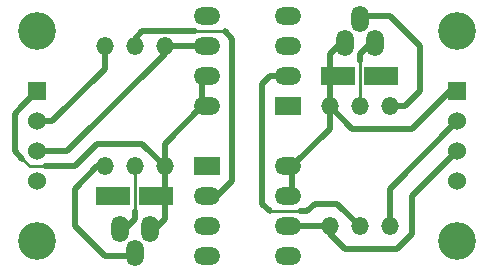
<source format=gtl>
G04 (created by PCBNEW (2013-07-07 BZR 4022)-stable) date 5/5/2015 11:01:01 PM*
%MOIN*%
G04 Gerber Fmt 3.4, Leading zero omitted, Abs format*
%FSLAX34Y34*%
G01*
G70*
G90*
G04 APERTURE LIST*
%ADD10C,0.00590551*%
%ADD11O,0.059X0.0885*%
%ADD12O,0.059X0.059*%
%ADD13R,0.06X0.06*%
%ADD14C,0.06*%
%ADD15C,0.125984*%
%ADD16R,0.0885X0.059*%
%ADD17O,0.0885X0.059*%
%ADD18R,0.114X0.059*%
%ADD19C,0.02*%
%ADD20C,0.01*%
G04 APERTURE END LIST*
G54D10*
G54D11*
X83250Y-28102D03*
X82750Y-28897D03*
X82250Y-28102D03*
X89750Y-21897D03*
X90250Y-21102D03*
X90750Y-21897D03*
G54D12*
X81750Y-22000D03*
X81750Y-26000D03*
X89250Y-28000D03*
X89250Y-24000D03*
X82750Y-22000D03*
X82750Y-26000D03*
X91250Y-28000D03*
X91250Y-24000D03*
X83750Y-22000D03*
X83750Y-26000D03*
X90250Y-28000D03*
X90250Y-24000D03*
G54D13*
X79500Y-23500D03*
G54D14*
X79500Y-24500D03*
X79500Y-25500D03*
X79500Y-26500D03*
G54D13*
X93500Y-23500D03*
G54D14*
X93500Y-24500D03*
X93500Y-25500D03*
X93500Y-26500D03*
G54D15*
X79500Y-21500D03*
X93500Y-21500D03*
X93500Y-28500D03*
X79500Y-28500D03*
G54D16*
X85147Y-26000D03*
G54D17*
X85147Y-27000D03*
X85147Y-28000D03*
X85147Y-29000D03*
X87852Y-29000D03*
X87852Y-28000D03*
X87852Y-26000D03*
X87852Y-27000D03*
G54D16*
X87852Y-24000D03*
G54D17*
X87852Y-23000D03*
X87852Y-22000D03*
X87852Y-21000D03*
X85147Y-21000D03*
X85147Y-22000D03*
X85147Y-24000D03*
X85147Y-23000D03*
G54D18*
X83475Y-27000D03*
X82025Y-27000D03*
X89525Y-23000D03*
X90975Y-23000D03*
G54D19*
X91250Y-24000D02*
X91750Y-24000D01*
X90500Y-21000D02*
X90250Y-21250D01*
X91250Y-21000D02*
X90500Y-21000D01*
X92250Y-22000D02*
X91250Y-21000D01*
X92250Y-23500D02*
X92250Y-22000D01*
X91750Y-24000D02*
X92250Y-23500D01*
X87250Y-27500D02*
X87000Y-27250D01*
X90250Y-28000D02*
X89500Y-27250D01*
X88500Y-27500D02*
X88250Y-27500D01*
X88750Y-27250D02*
X88500Y-27500D01*
X89000Y-27250D02*
X88750Y-27250D01*
X89500Y-27250D02*
X89000Y-27250D01*
G54D20*
X87250Y-27500D02*
X88250Y-27500D01*
G54D19*
X87250Y-23000D02*
X88000Y-23000D01*
X87000Y-23250D02*
X87250Y-23000D01*
X87000Y-27250D02*
X87000Y-23250D01*
G54D20*
X82750Y-28750D02*
X82500Y-29000D01*
X81500Y-26000D02*
X81750Y-26000D01*
G54D19*
X80750Y-26750D02*
X81500Y-26000D01*
X80750Y-28000D02*
X80750Y-26750D01*
X81750Y-29000D02*
X80750Y-28000D01*
X82500Y-29000D02*
X81750Y-29000D01*
G54D20*
X82750Y-26000D02*
X82750Y-27500D01*
G54D19*
X82750Y-27500D02*
X82750Y-27750D01*
X82750Y-27750D02*
X82250Y-28250D01*
G54D20*
X90250Y-24000D02*
X90250Y-22500D01*
G54D19*
X90250Y-22250D02*
X90250Y-22500D01*
X90250Y-22250D02*
X90750Y-21750D01*
X85750Y-21500D02*
X86000Y-21750D01*
X82750Y-22000D02*
X82750Y-21750D01*
X83000Y-21500D02*
X84750Y-21500D01*
X82750Y-21750D02*
X83000Y-21500D01*
G54D20*
X85750Y-21500D02*
X84750Y-21500D01*
G54D19*
X85500Y-27000D02*
X85000Y-27000D01*
X86000Y-26500D02*
X85500Y-27000D01*
X86000Y-21750D02*
X86000Y-26500D01*
X79500Y-25500D02*
X80500Y-25500D01*
X83750Y-22250D02*
X83750Y-22000D01*
X80500Y-25500D02*
X83750Y-22250D01*
X83750Y-22000D02*
X85000Y-22000D01*
X93500Y-25500D02*
X92000Y-27000D01*
X89250Y-28250D02*
X89250Y-28000D01*
X89750Y-28750D02*
X89250Y-28250D01*
X91500Y-28750D02*
X89750Y-28750D01*
X92000Y-28250D02*
X91500Y-28750D01*
X92000Y-27000D02*
X92000Y-28250D01*
X88000Y-28000D02*
X89250Y-28000D01*
X79500Y-24500D02*
X80000Y-24500D01*
X81750Y-22750D02*
X81750Y-22000D01*
X80000Y-24500D02*
X81750Y-22750D01*
X91250Y-28000D02*
X91250Y-26750D01*
X91250Y-26750D02*
X93500Y-24500D01*
X83750Y-26000D02*
X83750Y-27000D01*
X83750Y-26000D02*
X83750Y-25250D01*
X83750Y-25250D02*
X85000Y-24000D01*
X80500Y-26000D02*
X80750Y-26000D01*
X79000Y-25750D02*
X78750Y-25500D01*
X79500Y-23500D02*
X79000Y-24000D01*
X79750Y-26000D02*
X80500Y-26000D01*
G54D20*
X79250Y-26000D02*
X79750Y-26000D01*
X79000Y-25750D02*
X79250Y-26000D01*
G54D19*
X78750Y-24250D02*
X79000Y-24000D01*
X78750Y-25500D02*
X78750Y-24250D01*
X83000Y-25250D02*
X83750Y-26000D01*
X81500Y-25250D02*
X83000Y-25250D01*
X80750Y-26000D02*
X81500Y-25250D01*
X83750Y-27000D02*
X83750Y-27750D01*
X83750Y-27750D02*
X83250Y-28250D01*
X85000Y-23000D02*
X85000Y-24000D01*
X89250Y-24000D02*
X90000Y-24750D01*
X93250Y-23500D02*
X93500Y-23500D01*
X92000Y-24750D02*
X93250Y-23500D01*
X90000Y-24750D02*
X92000Y-24750D01*
X88000Y-26000D02*
X89250Y-24750D01*
X89250Y-24750D02*
X89250Y-24000D01*
X89250Y-23000D02*
X89250Y-22250D01*
X89250Y-22250D02*
X89750Y-21750D01*
X89250Y-24000D02*
X89250Y-23000D01*
X88000Y-26000D02*
X88000Y-27000D01*
M02*

</source>
